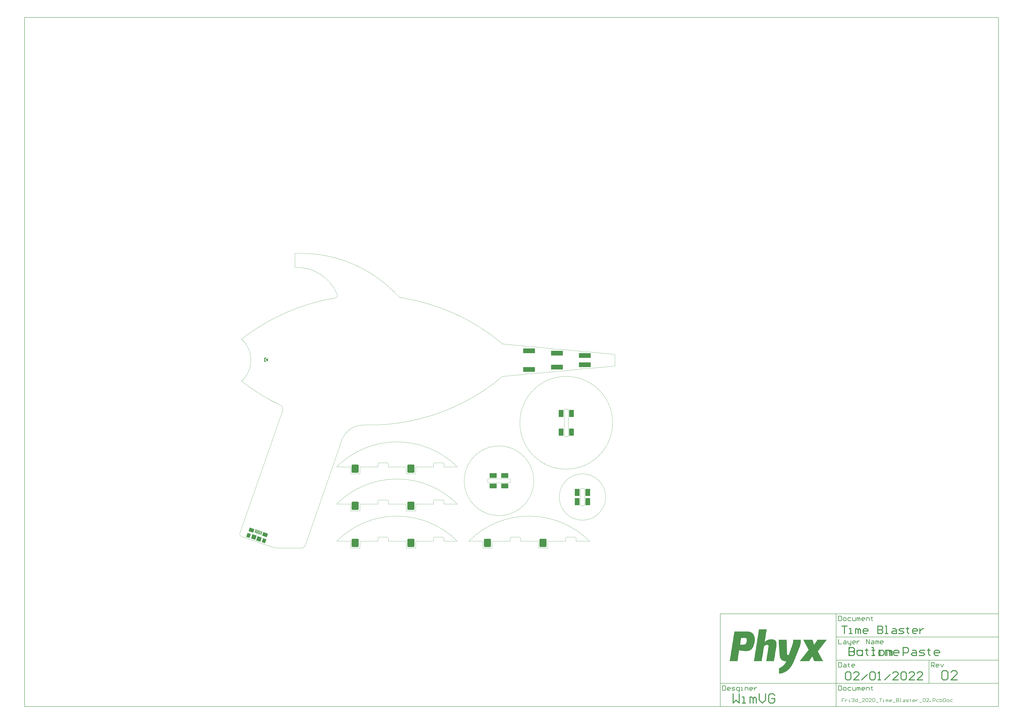
<source format=gbp>
G04*
G04 #@! TF.GenerationSoftware,Altium Limited,Altium Designer,22.0.2 (36)*
G04*
G04 Layer_Color=128*
%FSLAX25Y25*%
%MOIN*%
G70*
G04*
G04 #@! TF.SameCoordinates,9300CD48-3008-460F-951F-6CAC255EBD8A*
G04*
G04*
G04 #@! TF.FilePolarity,Positive*
G04*
G01*
G75*
%ADD10C,0.00787*%
%ADD11C,0.00984*%
%ADD17C,0.01575*%
%ADD19C,0.00197*%
G04:AMPARAMS|DCode=27|XSize=196.85mil|YSize=78.74mil|CornerRadius=3.94mil|HoleSize=0mil|Usage=FLASHONLY|Rotation=0.000|XOffset=0mil|YOffset=0mil|HoleType=Round|Shape=RoundedRectangle|*
%AMROUNDEDRECTD27*
21,1,0.19685,0.07087,0,0,0.0*
21,1,0.18898,0.07874,0,0,0.0*
1,1,0.00787,0.09449,-0.03543*
1,1,0.00787,-0.09449,-0.03543*
1,1,0.00787,-0.09449,0.03543*
1,1,0.00787,0.09449,0.03543*
%
%ADD27ROUNDEDRECTD27*%
G04:AMPARAMS|DCode=29|XSize=137.8mil|YSize=118.11mil|CornerRadius=14.76mil|HoleSize=0mil|Usage=FLASHONLY|Rotation=90.000|XOffset=0mil|YOffset=0mil|HoleType=Round|Shape=RoundedRectangle|*
%AMROUNDEDRECTD29*
21,1,0.13780,0.08858,0,0,90.0*
21,1,0.10827,0.11811,0,0,90.0*
1,1,0.02953,0.04429,0.05413*
1,1,0.02953,0.04429,-0.05413*
1,1,0.02953,-0.04429,-0.05413*
1,1,0.02953,-0.04429,0.05413*
%
%ADD29ROUNDEDRECTD29*%
G04:AMPARAMS|DCode=121|XSize=118.11mil|YSize=78.74mil|CornerRadius=3.94mil|HoleSize=0mil|Usage=FLASHONLY|Rotation=180.000|XOffset=0mil|YOffset=0mil|HoleType=Round|Shape=RoundedRectangle|*
%AMROUNDEDRECTD121*
21,1,0.11811,0.07087,0,0,180.0*
21,1,0.11024,0.07874,0,0,180.0*
1,1,0.00787,-0.05512,0.03543*
1,1,0.00787,0.05512,0.03543*
1,1,0.00787,0.05512,-0.03543*
1,1,0.00787,-0.05512,-0.03543*
%
%ADD121ROUNDEDRECTD121*%
G04:AMPARAMS|DCode=122|XSize=82.68mil|YSize=62.99mil|CornerRadius=0mil|HoleSize=0mil|Usage=FLASHONLY|Rotation=161.000|XOffset=0mil|YOffset=0mil|HoleType=Round|Shape=Rectangle|*
%AMROTATEDRECTD122*
4,1,4,0.04934,0.01632,0.02883,-0.04324,-0.04934,-0.01632,-0.02883,0.04324,0.04934,0.01632,0.0*
%
%ADD122ROTATEDRECTD122*%

%ADD123P,0.10579X4X206.0*%
G04:AMPARAMS|DCode=124|XSize=15.75mil|YSize=62.99mil|CornerRadius=0mil|HoleSize=0mil|Usage=FLASHONLY|Rotation=341.000|XOffset=0mil|YOffset=0mil|HoleType=Round|Shape=Rectangle|*
%AMROTATEDRECTD124*
4,1,4,-0.01770,-0.02722,0.00281,0.03234,0.01770,0.02722,-0.00281,-0.03234,-0.01770,-0.02722,0.0*
%
%ADD124ROTATEDRECTD124*%

%ADD125R,0.01575X0.03937*%
%ADD126C,0.01968*%
G04:AMPARAMS|DCode=127|XSize=118.11mil|YSize=78.74mil|CornerRadius=3.94mil|HoleSize=0mil|Usage=FLASHONLY|Rotation=90.000|XOffset=0mil|YOffset=0mil|HoleType=Round|Shape=RoundedRectangle|*
%AMROUNDEDRECTD127*
21,1,0.11811,0.07087,0,0,90.0*
21,1,0.11024,0.07874,0,0,90.0*
1,1,0.00787,0.03543,0.05512*
1,1,0.00787,0.03543,-0.05512*
1,1,0.00787,-0.03543,-0.05512*
1,1,0.00787,-0.03543,0.05512*
%
%ADD127ROUNDEDRECTD127*%
G04:AMPARAMS|DCode=138|XSize=70.87mil|YSize=59.06mil|CornerRadius=0mil|HoleSize=0mil|Usage=FLASHONLY|Rotation=71.000|XOffset=0mil|YOffset=0mil|HoleType=Round|Shape=Rectangle|*
%AMROTATEDRECTD138*
4,1,4,0.01638,-0.04312,-0.03945,-0.02389,-0.01638,0.04312,0.03945,0.02389,0.01638,-0.04312,0.0*
%
%ADD138ROTATEDRECTD138*%

G36*
X56692Y315908D02*
X56241Y315908D01*
X56241Y315914D01*
X56149Y316608D01*
X56146Y316623D01*
X56144Y316638D01*
X56141Y316648D01*
X56139Y316659D01*
X56134Y316673D01*
X56130Y316688D01*
X56126Y316698D01*
X56122Y316708D01*
X56116Y316721D01*
X56109Y316735D01*
X55792Y317359D01*
X55784Y317373D01*
X55777Y317386D01*
X55771Y317395D01*
X55765Y317404D01*
X55756Y317416D01*
X55747Y317428D01*
X55740Y317436D01*
X55734Y317444D01*
X55723Y317455D01*
X55712Y317466D01*
X55205Y317950D01*
X55187Y317965D01*
X55168Y317981D01*
X55167Y317982D01*
X55166Y317983D01*
X55145Y317996D01*
X55125Y318009D01*
X54818Y318180D01*
X54809Y318184D01*
X54800Y318189D01*
X54785Y318195D01*
X54771Y318202D01*
X54761Y318205D01*
X54752Y318209D01*
X54737Y318213D01*
X54722Y318217D01*
X54712Y318219D01*
X54703Y318222D01*
X54687Y318224D01*
X54671Y318227D01*
X54661Y318227D01*
X54651Y318229D01*
X54635Y318229D01*
X54620Y318229D01*
X54610Y318229D01*
X54600Y318229D01*
X54584Y318226D01*
X54568Y318225D01*
X54558Y318223D01*
X54549Y318222D01*
X54264Y318165D01*
X53701Y318305D01*
X53252Y318673D01*
X53004Y319198D01*
X53004Y319778D01*
X53252Y320303D01*
X53701Y320671D01*
X54264Y320812D01*
X54549Y320755D01*
X54550Y320755D01*
X54551Y320754D01*
X54558Y320753D01*
X54566Y320752D01*
X54582Y320750D01*
X54600Y320748D01*
X54601D01*
X54602Y320748D01*
X54610Y320748D01*
X54617Y320747D01*
X54634Y320748D01*
X54651Y320748D01*
X54653Y320748D01*
X54654Y320748D01*
X54661Y320749D01*
X54668Y320749D01*
X54685Y320752D01*
X54703Y320755D01*
X54704Y320755D01*
X54705Y320755D01*
X54712Y320757D01*
X54719Y320758D01*
X54735Y320763D01*
X54752Y320768D01*
X54754Y320768D01*
X54755Y320769D01*
X54762Y320772D01*
X54769Y320774D01*
X54784Y320781D01*
X54800Y320788D01*
X54801Y320788D01*
X54802Y320789D01*
X54809Y320792D01*
X54815Y320795D01*
X55120Y320962D01*
X55140Y320975D01*
X55161Y320988D01*
X55162Y320989D01*
X55163Y320990D01*
X55182Y321006D01*
X55201Y321021D01*
X55704Y321494D01*
X55714Y321505D01*
X55726Y321516D01*
X55732Y321524D01*
X55739Y321532D01*
X55748Y321544D01*
X55758Y321556D01*
X55763Y321565D01*
X55769Y321574D01*
X55777Y321587D01*
X55784Y321601D01*
X56102Y322215D01*
X56108Y322229D01*
X56115Y322242D01*
X56118Y322252D01*
X56123Y322262D01*
X56127Y322276D01*
X56132Y322291D01*
X56134Y322301D01*
X56137Y322311D01*
X56139Y322326D01*
X56142Y322341D01*
X56238Y323026D01*
X56238Y323031D01*
X56692Y323031D01*
Y315908D01*
D02*
G37*
G36*
X54570Y323031D02*
X54515Y322848D01*
X54295Y322526D01*
X53987Y322288D01*
X53827Y322230D01*
X53433Y322144D01*
X53431Y322144D01*
X53429Y322143D01*
X53407Y322137D01*
X53383Y322130D01*
X53382Y322129D01*
X53380Y322129D01*
X53358Y322119D01*
X53336Y322109D01*
X53334Y322108D01*
X53333Y322108D01*
X52576Y321708D01*
X52559Y321697D01*
X52542Y321688D01*
X52537Y321684D01*
X52532Y321681D01*
X52517Y321668D01*
X52501Y321656D01*
X52496Y321652D01*
X52492Y321648D01*
X52478Y321634D01*
X52464Y321620D01*
X51898Y320978D01*
X51885Y320963D01*
X51873Y320947D01*
X51870Y320942D01*
X51866Y320937D01*
X51856Y320920D01*
X51846Y320903D01*
X51843Y320898D01*
X51840Y320893D01*
X51832Y320874D01*
X51824Y320857D01*
X51521Y320056D01*
X51516Y320037D01*
X51509Y320018D01*
X51508Y320012D01*
X51506Y320006D01*
X51503Y319987D01*
X51499Y319968D01*
X51499Y319962D01*
X51498Y319955D01*
X51497Y319936D01*
X51496Y319916D01*
X51496Y319060D01*
X51497Y319041D01*
X51498Y319021D01*
X51499Y319015D01*
X51499Y319009D01*
X51503Y318989D01*
X51506Y318970D01*
X51508Y318964D01*
X51509Y318958D01*
X51516Y318939D01*
X51521Y318920D01*
X51824Y318120D01*
X51832Y318102D01*
X51840Y318084D01*
X51843Y318078D01*
X51846Y318073D01*
X51856Y318056D01*
X51866Y318039D01*
X51870Y318034D01*
X51873Y318029D01*
X51886Y318014D01*
X51898Y317998D01*
X52464Y317356D01*
X52478Y317343D01*
X52492Y317328D01*
X52496Y317324D01*
X52501Y317320D01*
X52517Y317308D01*
X52532Y317296D01*
X52537Y317292D01*
X52542Y317289D01*
X52559Y317279D01*
X52576Y317269D01*
X53333Y316869D01*
X53334Y316868D01*
X53336Y316867D01*
X53358Y316858D01*
X53380Y316848D01*
X53382Y316847D01*
X53383Y316846D01*
X53407Y316840D01*
X53429Y316833D01*
X53431Y316833D01*
X53433Y316832D01*
X53826Y316746D01*
X53987Y316689D01*
X54295Y316451D01*
X54515Y316129D01*
X54570Y315946D01*
X51968Y315946D01*
X50394D01*
Y323031D01*
X51968D01*
X54570Y323031D01*
D02*
G37*
G36*
X1005337Y-155808D02*
X1005050D01*
Y-156094D01*
X1004764D01*
Y-156380D01*
Y-156667D01*
X1004478D01*
Y-156953D01*
X1004192D01*
Y-157239D01*
X1003905D01*
Y-157526D01*
Y-157812D01*
X1003619D01*
Y-158098D01*
X1003333D01*
Y-158385D01*
X1003046D01*
Y-158671D01*
X1002760D01*
Y-158957D01*
Y-159244D01*
X1002474D01*
Y-159530D01*
X1002187D01*
Y-159816D01*
X1001901D01*
Y-160102D01*
Y-160389D01*
X1001615D01*
Y-160675D01*
X1001328D01*
Y-160961D01*
X1001042D01*
Y-161248D01*
X1000756D01*
Y-161534D01*
Y-161820D01*
X1000469D01*
Y-162107D01*
X1000183D01*
Y-162393D01*
X999897D01*
Y-162679D01*
Y-162966D01*
X999611D01*
Y-163252D01*
X999324D01*
Y-163538D01*
X999038D01*
Y-163824D01*
Y-164111D01*
X998752D01*
Y-164397D01*
X998465D01*
Y-164683D01*
X998179D01*
Y-164970D01*
X997893D01*
Y-165256D01*
Y-165542D01*
X997606D01*
Y-165829D01*
X997320D01*
Y-166115D01*
X997034D01*
Y-166401D01*
Y-166688D01*
X996747D01*
Y-166974D01*
X996461D01*
Y-167260D01*
X996175D01*
Y-167547D01*
Y-167833D01*
X995889D01*
Y-168119D01*
X995602D01*
Y-168405D01*
X995316D01*
Y-168692D01*
X995030D01*
Y-168978D01*
Y-169264D01*
X994743D01*
Y-169551D01*
X994457D01*
Y-169837D01*
X994171D01*
Y-170123D01*
Y-170410D01*
X993884D01*
Y-170696D01*
X993598D01*
Y-170982D01*
X993312D01*
Y-171269D01*
Y-171555D01*
X993025D01*
Y-171841D01*
X992739D01*
Y-172127D01*
X992453D01*
Y-172414D01*
X992166D01*
Y-172700D01*
Y-172986D01*
X991880D01*
Y-173273D01*
X991594D01*
Y-173559D01*
X991308D01*
Y-173845D01*
Y-174132D01*
X991021D01*
Y-174418D01*
X990735D01*
Y-174704D01*
X990449D01*
Y-174991D01*
X990162D01*
Y-175277D01*
Y-175563D01*
X990449D01*
Y-175850D01*
Y-176136D01*
X990735D01*
Y-176422D01*
Y-176709D01*
X991021D01*
Y-176995D01*
X991308D01*
Y-177281D01*
Y-177568D01*
X991594D01*
Y-177854D01*
Y-178140D01*
X991880D01*
Y-178426D01*
Y-178713D01*
X992166D01*
Y-178999D01*
Y-179285D01*
X992453D01*
Y-179572D01*
Y-179858D01*
X992739D01*
Y-180144D01*
Y-180431D01*
X993025D01*
Y-180717D01*
Y-181003D01*
X993312D01*
Y-181290D01*
Y-181576D01*
X993598D01*
Y-181862D01*
X993884D01*
Y-182149D01*
Y-182435D01*
X994171D01*
Y-182721D01*
Y-183007D01*
X994457D01*
Y-183294D01*
Y-183580D01*
X994743D01*
Y-183866D01*
Y-184153D01*
X995030D01*
Y-184439D01*
Y-184725D01*
X995316D01*
Y-185012D01*
Y-185298D01*
X995602D01*
Y-185584D01*
Y-185871D01*
X995889D01*
Y-186157D01*
X996175D01*
Y-186443D01*
Y-186730D01*
X996461D01*
Y-187016D01*
Y-187302D01*
X996747D01*
Y-187588D01*
Y-187875D01*
X997034D01*
Y-188161D01*
Y-188447D01*
X997320D01*
Y-188734D01*
Y-189020D01*
X997606D01*
Y-189306D01*
Y-189593D01*
X997893D01*
Y-189879D01*
Y-190165D01*
X998179D01*
Y-190452D01*
X998465D01*
Y-190738D01*
Y-191024D01*
X998752D01*
Y-191311D01*
Y-191597D01*
X999038D01*
Y-191883D01*
X983863D01*
Y-191597D01*
X983577D01*
Y-191311D01*
Y-191024D01*
Y-190738D01*
X983291D01*
Y-190452D01*
Y-190165D01*
Y-189879D01*
X983004D01*
Y-189593D01*
Y-189306D01*
X982718D01*
Y-189020D01*
Y-188734D01*
Y-188447D01*
X982432D01*
Y-188161D01*
Y-187875D01*
Y-187588D01*
X982146D01*
Y-187302D01*
Y-187016D01*
X981859D01*
Y-186730D01*
Y-186443D01*
Y-186157D01*
X981573D01*
Y-185871D01*
Y-185584D01*
Y-185298D01*
X981287D01*
Y-185012D01*
Y-184725D01*
Y-184439D01*
X981000D01*
Y-184153D01*
X980428D01*
Y-184439D01*
Y-184725D01*
X980141D01*
Y-185012D01*
X979855D01*
Y-185298D01*
Y-185584D01*
X979569D01*
Y-185871D01*
X979282D01*
Y-186157D01*
Y-186443D01*
X978996D01*
Y-186730D01*
X978710D01*
Y-187016D01*
Y-187302D01*
X978423D01*
Y-187588D01*
X978137D01*
Y-187875D01*
X977851D01*
Y-188161D01*
Y-188447D01*
X977565D01*
Y-188734D01*
X977278D01*
Y-189020D01*
Y-189306D01*
X976992D01*
Y-189593D01*
X976705D01*
Y-189879D01*
Y-190165D01*
X976419D01*
Y-190452D01*
X976133D01*
Y-190738D01*
Y-191024D01*
X975847D01*
Y-191311D01*
X975560D01*
Y-191597D01*
Y-191883D01*
X959527D01*
Y-191597D01*
X959813D01*
Y-191311D01*
X960099D01*
Y-191024D01*
X960386D01*
Y-190738D01*
X960672D01*
Y-190452D01*
Y-190165D01*
X960958D01*
Y-189879D01*
X961245D01*
Y-189593D01*
X961531D01*
Y-189306D01*
X961817D01*
Y-189020D01*
Y-188734D01*
X962104D01*
Y-188447D01*
X962390D01*
Y-188161D01*
X962676D01*
Y-187875D01*
Y-187588D01*
X962963D01*
Y-187302D01*
X963249D01*
Y-187016D01*
X963535D01*
Y-186730D01*
X963822D01*
Y-186443D01*
Y-186157D01*
X964108D01*
Y-185871D01*
X964394D01*
Y-185584D01*
X964680D01*
Y-185298D01*
X964967D01*
Y-185012D01*
Y-184725D01*
X965253D01*
Y-184439D01*
X965539D01*
Y-184153D01*
X965826D01*
Y-183866D01*
Y-183580D01*
X966112D01*
Y-183294D01*
X966398D01*
Y-183007D01*
X966685D01*
Y-182721D01*
X966971D01*
Y-182435D01*
Y-182149D01*
X967257D01*
Y-181862D01*
X967544D01*
Y-181576D01*
X967830D01*
Y-181290D01*
Y-181003D01*
X968116D01*
Y-180717D01*
X968402D01*
Y-180431D01*
X968689D01*
Y-180144D01*
X968975D01*
Y-179858D01*
Y-179572D01*
X969261D01*
Y-179285D01*
X969548D01*
Y-178999D01*
X969834D01*
Y-178713D01*
Y-178426D01*
X970120D01*
Y-178140D01*
X970407D01*
Y-177854D01*
X970693D01*
Y-177568D01*
X970979D01*
Y-177281D01*
Y-176995D01*
X971266D01*
Y-176709D01*
X971552D01*
Y-176422D01*
X971838D01*
Y-176136D01*
X972124D01*
Y-175850D01*
Y-175563D01*
X972411D01*
Y-175277D01*
X972697D01*
Y-174991D01*
X972983D01*
Y-174704D01*
Y-174418D01*
X973270D01*
Y-174132D01*
X973556D01*
Y-173845D01*
X973842D01*
Y-173559D01*
X974129D01*
Y-173273D01*
Y-172986D01*
X974415D01*
Y-172700D01*
Y-172414D01*
Y-172127D01*
X974129D01*
Y-171841D01*
X973842D01*
Y-171555D01*
Y-171269D01*
X973556D01*
Y-170982D01*
Y-170696D01*
X973270D01*
Y-170410D01*
Y-170123D01*
X972983D01*
Y-169837D01*
Y-169551D01*
X972697D01*
Y-169264D01*
Y-168978D01*
X972411D01*
Y-168692D01*
Y-168405D01*
X972124D01*
Y-168119D01*
X971838D01*
Y-167833D01*
Y-167547D01*
X971552D01*
Y-167260D01*
Y-166974D01*
X971266D01*
Y-166688D01*
Y-166401D01*
X970979D01*
Y-166115D01*
Y-165829D01*
X970693D01*
Y-165542D01*
Y-165256D01*
X970407D01*
Y-164970D01*
Y-164683D01*
X970120D01*
Y-164397D01*
X969834D01*
Y-164111D01*
Y-163824D01*
X969548D01*
Y-163538D01*
Y-163252D01*
X969261D01*
Y-162966D01*
Y-162679D01*
X968975D01*
Y-162393D01*
Y-162107D01*
X968689D01*
Y-161820D01*
Y-161534D01*
X968402D01*
Y-161248D01*
Y-160961D01*
X968116D01*
Y-160675D01*
Y-160389D01*
X967830D01*
Y-160102D01*
X967544D01*
Y-159816D01*
Y-159530D01*
X967257D01*
Y-159244D01*
Y-158957D01*
X966971D01*
Y-158671D01*
Y-158385D01*
X966685D01*
Y-158098D01*
Y-157812D01*
X966398D01*
Y-157526D01*
Y-157239D01*
X966112D01*
Y-156953D01*
Y-156667D01*
X965826D01*
Y-156380D01*
X965539D01*
Y-156094D01*
Y-155808D01*
X965253D01*
Y-155521D01*
X981000D01*
Y-155808D01*
X981287D01*
Y-156094D01*
Y-156380D01*
Y-156667D01*
X981573D01*
Y-156953D01*
Y-157239D01*
Y-157526D01*
X981859D01*
Y-157812D01*
Y-158098D01*
Y-158385D01*
X982146D01*
Y-158671D01*
Y-158957D01*
Y-159244D01*
X982432D01*
Y-159530D01*
Y-159816D01*
Y-160102D01*
X982718D01*
Y-160389D01*
Y-160675D01*
Y-160961D01*
X983004D01*
Y-161248D01*
Y-161534D01*
Y-161820D01*
X983291D01*
Y-162107D01*
Y-162393D01*
Y-162679D01*
X983577D01*
Y-162966D01*
Y-163252D01*
Y-163538D01*
Y-163824D01*
X984150D01*
Y-163538D01*
X984436D01*
Y-163252D01*
X984722D01*
Y-162966D01*
Y-162679D01*
X985009D01*
Y-162393D01*
X985295D01*
Y-162107D01*
Y-161820D01*
X985581D01*
Y-161534D01*
X985868D01*
Y-161248D01*
Y-160961D01*
X986154D01*
Y-160675D01*
X986440D01*
Y-160389D01*
Y-160102D01*
X986726D01*
Y-159816D01*
X987013D01*
Y-159530D01*
Y-159244D01*
X987299D01*
Y-158957D01*
X987585D01*
Y-158671D01*
Y-158385D01*
X987872D01*
Y-158098D01*
X988158D01*
Y-157812D01*
Y-157526D01*
X988444D01*
Y-157239D01*
X988731D01*
Y-156953D01*
Y-156667D01*
X989017D01*
Y-156380D01*
X989303D01*
Y-156094D01*
Y-155808D01*
X989590D01*
Y-155521D01*
X1005337D01*
Y-155808D01*
D02*
G37*
G36*
X872201Y-141778D02*
X873919D01*
Y-142065D01*
X874778D01*
Y-142351D01*
X875637D01*
Y-142637D01*
X876496D01*
Y-142924D01*
X877069D01*
Y-143210D01*
X877355D01*
Y-143496D01*
X877928D01*
Y-143783D01*
X878214D01*
Y-144069D01*
X878786D01*
Y-144355D01*
X879073D01*
Y-144641D01*
X879359D01*
Y-144928D01*
X879646D01*
Y-145214D01*
X879932D01*
Y-145501D01*
X880218D01*
Y-145787D01*
X880504D01*
Y-146073D01*
Y-146359D01*
X880791D01*
Y-146646D01*
X881077D01*
Y-146932D01*
Y-147218D01*
X881363D01*
Y-147505D01*
X881650D01*
Y-147791D01*
Y-148077D01*
X881936D01*
Y-148364D01*
Y-148650D01*
Y-148936D01*
X882222D01*
Y-149223D01*
Y-149509D01*
Y-149795D01*
X882509D01*
Y-150082D01*
Y-150368D01*
Y-150654D01*
Y-150940D01*
X882795D01*
Y-151227D01*
Y-151513D01*
Y-151799D01*
Y-152086D01*
Y-152372D01*
X883081D01*
Y-152658D01*
Y-152945D01*
Y-153231D01*
Y-153517D01*
Y-153804D01*
Y-154090D01*
Y-154376D01*
Y-154663D01*
Y-154949D01*
Y-155235D01*
Y-155521D01*
Y-155808D01*
Y-156094D01*
Y-156380D01*
Y-156667D01*
Y-156953D01*
Y-157239D01*
Y-157526D01*
Y-157812D01*
Y-158098D01*
X882795D01*
Y-158385D01*
Y-158671D01*
Y-158957D01*
Y-159244D01*
Y-159530D01*
Y-159816D01*
Y-160102D01*
X882509D01*
Y-160389D01*
Y-160675D01*
Y-160961D01*
Y-161248D01*
Y-161534D01*
X882222D01*
Y-161820D01*
Y-162107D01*
Y-162393D01*
Y-162679D01*
Y-162966D01*
X881936D01*
Y-163252D01*
Y-163538D01*
Y-163824D01*
X881650D01*
Y-164111D01*
Y-164397D01*
Y-164683D01*
Y-164970D01*
X881363D01*
Y-165256D01*
Y-165542D01*
Y-165829D01*
X881077D01*
Y-166115D01*
Y-166401D01*
X880791D01*
Y-166688D01*
Y-166974D01*
Y-167260D01*
X880504D01*
Y-167547D01*
Y-167833D01*
X880218D01*
Y-168119D01*
Y-168405D01*
X879932D01*
Y-168692D01*
Y-168978D01*
X879646D01*
Y-169264D01*
X879359D01*
Y-169551D01*
Y-169837D01*
X879073D01*
Y-170123D01*
X878786D01*
Y-170410D01*
X878500D01*
Y-170696D01*
Y-170982D01*
X878214D01*
Y-171269D01*
X877928D01*
Y-171555D01*
X877641D01*
Y-171841D01*
X877355D01*
Y-172127D01*
X877069D01*
Y-172414D01*
X876496D01*
Y-172700D01*
X876210D01*
Y-172986D01*
X875637D01*
Y-173273D01*
X875351D01*
Y-173559D01*
X874778D01*
Y-173845D01*
X873919D01*
Y-174132D01*
X873060D01*
Y-174418D01*
X872201D01*
Y-174704D01*
X870483D01*
Y-174991D01*
X865330D01*
Y-174704D01*
X862753D01*
Y-174418D01*
X860749D01*
Y-174132D01*
X859317D01*
Y-173845D01*
X857886D01*
Y-173559D01*
X856454D01*
Y-173845D01*
Y-174132D01*
Y-174418D01*
Y-174704D01*
Y-174991D01*
Y-175277D01*
Y-175563D01*
X856168D01*
Y-175850D01*
Y-176136D01*
Y-176422D01*
Y-176709D01*
Y-176995D01*
Y-177281D01*
X855882D01*
Y-177568D01*
Y-177854D01*
Y-178140D01*
Y-178426D01*
Y-178713D01*
Y-178999D01*
X855595D01*
Y-179285D01*
Y-179572D01*
Y-179858D01*
Y-180144D01*
Y-180431D01*
Y-180717D01*
Y-181003D01*
X855309D01*
Y-181290D01*
Y-181576D01*
Y-181862D01*
Y-182149D01*
Y-182435D01*
Y-182721D01*
X855023D01*
Y-183007D01*
Y-183294D01*
Y-183580D01*
Y-183866D01*
Y-184153D01*
Y-184439D01*
X854736D01*
Y-184725D01*
Y-185012D01*
Y-185298D01*
Y-185584D01*
Y-185871D01*
Y-186157D01*
Y-186443D01*
X854450D01*
Y-186730D01*
Y-187016D01*
Y-187302D01*
Y-187588D01*
Y-187875D01*
Y-188161D01*
X854164D01*
Y-188447D01*
Y-188734D01*
Y-189020D01*
Y-189306D01*
Y-189593D01*
Y-189879D01*
X853877D01*
Y-190165D01*
Y-190452D01*
Y-190738D01*
Y-191024D01*
Y-191311D01*
Y-191597D01*
Y-191883D01*
X840421D01*
Y-191597D01*
X840707D01*
Y-191311D01*
Y-191024D01*
Y-190738D01*
Y-190452D01*
Y-190165D01*
X840993D01*
Y-189879D01*
Y-189593D01*
Y-189306D01*
Y-189020D01*
Y-188734D01*
Y-188447D01*
Y-188161D01*
X841280D01*
Y-187875D01*
Y-187588D01*
Y-187302D01*
Y-187016D01*
Y-186730D01*
Y-186443D01*
X841566D01*
Y-186157D01*
Y-185871D01*
Y-185584D01*
Y-185298D01*
Y-185012D01*
Y-184725D01*
X841852D01*
Y-184439D01*
Y-184153D01*
Y-183866D01*
Y-183580D01*
Y-183294D01*
Y-183007D01*
Y-182721D01*
X842138D01*
Y-182435D01*
Y-182149D01*
Y-181862D01*
Y-181576D01*
Y-181290D01*
Y-181003D01*
X842425D01*
Y-180717D01*
Y-180431D01*
Y-180144D01*
Y-179858D01*
Y-179572D01*
Y-179285D01*
X842711D01*
Y-178999D01*
Y-178713D01*
Y-178426D01*
Y-178140D01*
Y-177854D01*
Y-177568D01*
X842997D01*
Y-177281D01*
Y-176995D01*
Y-176709D01*
Y-176422D01*
Y-176136D01*
Y-175850D01*
Y-175563D01*
X843284D01*
Y-175277D01*
Y-174991D01*
Y-174704D01*
Y-174418D01*
Y-174132D01*
Y-173845D01*
X843570D01*
Y-173559D01*
Y-173273D01*
Y-172986D01*
Y-172700D01*
Y-172414D01*
Y-172127D01*
X843856D01*
Y-171841D01*
Y-171555D01*
Y-171269D01*
Y-170982D01*
Y-170696D01*
Y-170410D01*
X844143D01*
Y-170123D01*
Y-169837D01*
Y-169551D01*
Y-169264D01*
Y-168978D01*
Y-168692D01*
Y-168405D01*
X844429D01*
Y-168119D01*
Y-167833D01*
Y-167547D01*
Y-167260D01*
Y-166974D01*
Y-166688D01*
X844715D01*
Y-166401D01*
Y-166115D01*
Y-165829D01*
Y-165542D01*
Y-165256D01*
Y-164970D01*
X845002D01*
Y-164683D01*
Y-164397D01*
Y-164111D01*
Y-163824D01*
Y-163538D01*
Y-163252D01*
Y-162966D01*
X845288D01*
Y-162679D01*
Y-162393D01*
Y-162107D01*
Y-161820D01*
Y-161534D01*
Y-161248D01*
X845574D01*
Y-160961D01*
Y-160675D01*
Y-160389D01*
Y-160102D01*
Y-159816D01*
Y-159530D01*
X845861D01*
Y-159244D01*
Y-158957D01*
Y-158671D01*
Y-158385D01*
Y-158098D01*
Y-157812D01*
X846147D01*
Y-157526D01*
Y-157239D01*
Y-156953D01*
Y-156667D01*
Y-156380D01*
Y-156094D01*
Y-155808D01*
X846433D01*
Y-155521D01*
Y-155235D01*
Y-154949D01*
Y-154663D01*
Y-154376D01*
Y-154090D01*
X846719D01*
Y-153804D01*
Y-153517D01*
Y-153231D01*
Y-152945D01*
Y-152658D01*
Y-152372D01*
X847006D01*
Y-152086D01*
Y-151799D01*
Y-151513D01*
Y-151227D01*
Y-150940D01*
Y-150654D01*
Y-150368D01*
X847292D01*
Y-150082D01*
Y-149795D01*
Y-149509D01*
Y-149223D01*
Y-148936D01*
Y-148650D01*
X847578D01*
Y-148364D01*
Y-148077D01*
Y-147791D01*
Y-147505D01*
Y-147218D01*
Y-146932D01*
X847865D01*
Y-146646D01*
Y-146359D01*
Y-146073D01*
Y-145787D01*
Y-145501D01*
Y-145214D01*
Y-144928D01*
X848151D01*
Y-144641D01*
Y-144355D01*
Y-144069D01*
Y-143783D01*
Y-143496D01*
Y-143210D01*
X848437D01*
Y-142924D01*
Y-142637D01*
Y-142351D01*
Y-142065D01*
Y-141778D01*
Y-141492D01*
X872201D01*
Y-141778D01*
D02*
G37*
G36*
X961245Y-155808D02*
Y-156094D01*
Y-156380D01*
Y-156667D01*
Y-156953D01*
Y-157239D01*
Y-157526D01*
Y-157812D01*
Y-158098D01*
Y-158385D01*
Y-158671D01*
Y-158957D01*
Y-159244D01*
Y-159530D01*
Y-159816D01*
Y-160102D01*
Y-160389D01*
Y-160675D01*
Y-160961D01*
Y-161248D01*
Y-161534D01*
X960958D01*
Y-161820D01*
Y-162107D01*
Y-162393D01*
Y-162679D01*
Y-162966D01*
X960672D01*
Y-163252D01*
Y-163538D01*
Y-163824D01*
Y-164111D01*
X960386D01*
Y-164397D01*
Y-164683D01*
Y-164970D01*
Y-165256D01*
X960099D01*
Y-165542D01*
Y-165829D01*
Y-166115D01*
X959813D01*
Y-166401D01*
Y-166688D01*
Y-166974D01*
X959527D01*
Y-167260D01*
Y-167547D01*
Y-167833D01*
X959241D01*
Y-168119D01*
Y-168405D01*
Y-168692D01*
X958954D01*
Y-168978D01*
Y-169264D01*
X958668D01*
Y-169551D01*
Y-169837D01*
X958381D01*
Y-170123D01*
Y-170410D01*
Y-170696D01*
X958095D01*
Y-170982D01*
Y-171269D01*
X957809D01*
Y-171555D01*
Y-171841D01*
Y-172127D01*
X957523D01*
Y-172414D01*
Y-172700D01*
X957236D01*
Y-172986D01*
Y-173273D01*
Y-173559D01*
X956950D01*
Y-173845D01*
Y-174132D01*
X956664D01*
Y-174418D01*
Y-174704D01*
Y-174991D01*
X956377D01*
Y-175277D01*
Y-175563D01*
X956091D01*
Y-175850D01*
Y-176136D01*
Y-176422D01*
X955805D01*
Y-176709D01*
Y-176995D01*
X955518D01*
Y-177281D01*
Y-177568D01*
Y-177854D01*
X955232D01*
Y-178140D01*
Y-178426D01*
X954946D01*
Y-178713D01*
Y-178999D01*
Y-179285D01*
X954659D01*
Y-179572D01*
Y-179858D01*
X954373D01*
Y-180144D01*
Y-180431D01*
Y-180717D01*
X954087D01*
Y-181003D01*
Y-181290D01*
X953800D01*
Y-181576D01*
Y-181862D01*
Y-182149D01*
X953514D01*
Y-182435D01*
Y-182721D01*
X953228D01*
Y-183007D01*
Y-183294D01*
Y-183580D01*
X952942D01*
Y-183866D01*
Y-184153D01*
X952655D01*
Y-184439D01*
Y-184725D01*
Y-185012D01*
X952369D01*
Y-185298D01*
Y-185584D01*
X952083D01*
Y-185871D01*
Y-186157D01*
Y-186443D01*
X951796D01*
Y-186730D01*
Y-187016D01*
X951510D01*
Y-187302D01*
Y-187588D01*
Y-187875D01*
X951224D01*
Y-188161D01*
Y-188447D01*
X950937D01*
Y-188734D01*
Y-189020D01*
Y-189306D01*
X950651D01*
Y-189593D01*
Y-189879D01*
X950365D01*
Y-190165D01*
Y-190452D01*
Y-190738D01*
X950078D01*
Y-191024D01*
Y-191311D01*
X949792D01*
Y-191597D01*
Y-191883D01*
Y-192169D01*
X949506D01*
Y-192456D01*
Y-192742D01*
X949220D01*
Y-193028D01*
Y-193315D01*
X948933D01*
Y-193601D01*
Y-193887D01*
X948647D01*
Y-194174D01*
Y-194460D01*
Y-194746D01*
X948361D01*
Y-195033D01*
X948074D01*
Y-195319D01*
Y-195605D01*
Y-195891D01*
X947788D01*
Y-196178D01*
X947502D01*
Y-196464D01*
Y-196750D01*
X947215D01*
Y-197037D01*
Y-197323D01*
X946929D01*
Y-197609D01*
Y-197896D01*
X946643D01*
Y-198182D01*
Y-198468D01*
X946356D01*
Y-198755D01*
X946070D01*
Y-199041D01*
Y-199327D01*
X945784D01*
Y-199614D01*
Y-199900D01*
X945497D01*
Y-200186D01*
X945211D01*
Y-200472D01*
X944925D01*
Y-200759D01*
Y-201045D01*
X944639D01*
Y-201331D01*
X944352D01*
Y-201618D01*
Y-201904D01*
X944066D01*
Y-202190D01*
X943780D01*
Y-202477D01*
X943493D01*
Y-202763D01*
Y-203049D01*
X943207D01*
Y-203336D01*
X942921D01*
Y-203622D01*
X942634D01*
Y-203908D01*
X942348D01*
Y-204195D01*
X942062D01*
Y-204481D01*
Y-204767D01*
X941775D01*
Y-205053D01*
X941489D01*
Y-205340D01*
X941203D01*
Y-205626D01*
X940916D01*
Y-205912D01*
X940630D01*
Y-206199D01*
X940344D01*
Y-206485D01*
X940057D01*
Y-206771D01*
X939485D01*
Y-207058D01*
X939199D01*
Y-207344D01*
X938912D01*
Y-207630D01*
X938626D01*
Y-207917D01*
X938340D01*
Y-208203D01*
X937767D01*
Y-208489D01*
X937481D01*
Y-208776D01*
X936908D01*
Y-209062D01*
X936622D01*
Y-209348D01*
X936049D01*
Y-209634D01*
X935763D01*
Y-209921D01*
X935190D01*
Y-210207D01*
X934618D01*
Y-210493D01*
X934045D01*
Y-210780D01*
X933472D01*
Y-211066D01*
X932900D01*
Y-211352D01*
X932041D01*
Y-211639D01*
X931468D01*
Y-211925D01*
X930609D01*
Y-212211D01*
X929464D01*
Y-212498D01*
X928319D01*
Y-212784D01*
X926601D01*
Y-213070D01*
X924597D01*
Y-213357D01*
X924310D01*
Y-213070D01*
Y-212784D01*
Y-212498D01*
Y-212211D01*
Y-211925D01*
Y-211639D01*
Y-211352D01*
Y-211066D01*
Y-210780D01*
Y-210493D01*
Y-210207D01*
Y-209921D01*
Y-209634D01*
Y-209348D01*
Y-209062D01*
Y-208776D01*
Y-208489D01*
Y-208203D01*
Y-207917D01*
Y-207630D01*
Y-207344D01*
Y-207058D01*
Y-206771D01*
Y-206485D01*
Y-206199D01*
Y-205912D01*
Y-205626D01*
Y-205340D01*
Y-205053D01*
Y-204767D01*
Y-204481D01*
Y-204195D01*
Y-203908D01*
X924883D01*
Y-203622D01*
X925455D01*
Y-203336D01*
X926028D01*
Y-203049D01*
X926601D01*
Y-202763D01*
X927173D01*
Y-202477D01*
X927746D01*
Y-202190D01*
X928032D01*
Y-201904D01*
X928605D01*
Y-201618D01*
X928891D01*
Y-201331D01*
X929464D01*
Y-201045D01*
X929750D01*
Y-200759D01*
X930037D01*
Y-200472D01*
X930609D01*
Y-200186D01*
X930896D01*
Y-199900D01*
X931182D01*
Y-199614D01*
X931468D01*
Y-199327D01*
X931754D01*
Y-199041D01*
X932041D01*
Y-198755D01*
X932327D01*
Y-198468D01*
X932613D01*
Y-198182D01*
X932900D01*
Y-197896D01*
X933186D01*
Y-197609D01*
X933472D01*
Y-197323D01*
X933759D01*
Y-197037D01*
Y-196750D01*
X934045D01*
Y-196464D01*
X934331D01*
Y-196178D01*
X934618D01*
Y-195891D01*
Y-195605D01*
X934904D01*
Y-195319D01*
X935190D01*
Y-195033D01*
Y-194746D01*
X935476D01*
Y-194460D01*
Y-194174D01*
X935763D01*
Y-193887D01*
X936049D01*
Y-193601D01*
Y-193315D01*
X936335D01*
Y-193028D01*
Y-192742D01*
X936622D01*
Y-192456D01*
Y-192169D01*
X934904D01*
Y-191883D01*
X932900D01*
Y-191597D01*
X931754D01*
Y-191311D01*
X931182D01*
Y-191024D01*
X930323D01*
Y-190738D01*
X929750D01*
Y-190452D01*
X929464D01*
Y-190165D01*
X928891D01*
Y-189879D01*
X928605D01*
Y-189593D01*
X928319D01*
Y-189306D01*
X928032D01*
Y-189020D01*
X927746D01*
Y-188734D01*
X927460D01*
Y-188447D01*
Y-188161D01*
X927173D01*
Y-187875D01*
X926887D01*
Y-187588D01*
Y-187302D01*
X926601D01*
Y-187016D01*
Y-186730D01*
X926315D01*
Y-186443D01*
Y-186157D01*
X926028D01*
Y-185871D01*
Y-185584D01*
Y-185298D01*
X925742D01*
Y-185012D01*
Y-184725D01*
Y-184439D01*
Y-184153D01*
X925455D01*
Y-183866D01*
Y-183580D01*
Y-183294D01*
Y-183007D01*
Y-182721D01*
Y-182435D01*
Y-182149D01*
X925169D01*
Y-181862D01*
Y-181576D01*
Y-181290D01*
Y-181003D01*
Y-180717D01*
Y-180431D01*
Y-180144D01*
Y-179858D01*
Y-179572D01*
Y-179285D01*
Y-178999D01*
Y-178713D01*
Y-178426D01*
Y-178140D01*
Y-177854D01*
X924883D01*
Y-177568D01*
Y-177281D01*
Y-176995D01*
Y-176709D01*
Y-176422D01*
Y-176136D01*
Y-175850D01*
Y-175563D01*
Y-175277D01*
Y-174991D01*
Y-174704D01*
Y-174418D01*
Y-174132D01*
Y-173845D01*
Y-173559D01*
X924597D01*
Y-173273D01*
Y-172986D01*
Y-172700D01*
Y-172414D01*
Y-172127D01*
Y-171841D01*
Y-171555D01*
Y-171269D01*
Y-170982D01*
Y-170696D01*
Y-170410D01*
Y-170123D01*
Y-169837D01*
Y-169551D01*
Y-169264D01*
Y-168978D01*
X924310D01*
Y-168692D01*
Y-168405D01*
Y-168119D01*
Y-167833D01*
Y-167547D01*
Y-167260D01*
Y-166974D01*
Y-166688D01*
Y-166401D01*
Y-166115D01*
Y-165829D01*
Y-165542D01*
Y-165256D01*
Y-164970D01*
Y-164683D01*
Y-164397D01*
X924024D01*
Y-164111D01*
Y-163824D01*
Y-163538D01*
Y-163252D01*
Y-162966D01*
Y-162679D01*
Y-162393D01*
Y-162107D01*
Y-161820D01*
Y-161534D01*
Y-161248D01*
Y-160961D01*
Y-160675D01*
Y-160389D01*
X923738D01*
Y-160102D01*
Y-159816D01*
Y-159530D01*
Y-159244D01*
Y-158957D01*
Y-158671D01*
Y-158385D01*
Y-158098D01*
Y-157812D01*
Y-157526D01*
Y-157239D01*
Y-156953D01*
Y-156667D01*
Y-156380D01*
Y-156094D01*
Y-155808D01*
X923451D01*
Y-155521D01*
X937194D01*
Y-155808D01*
Y-156094D01*
Y-156380D01*
Y-156667D01*
Y-156953D01*
Y-157239D01*
Y-157526D01*
Y-157812D01*
Y-158098D01*
Y-158385D01*
Y-158671D01*
Y-158957D01*
Y-159244D01*
Y-159530D01*
X937481D01*
Y-159816D01*
Y-160102D01*
Y-160389D01*
Y-160675D01*
Y-160961D01*
Y-161248D01*
Y-161534D01*
Y-161820D01*
Y-162107D01*
Y-162393D01*
Y-162679D01*
Y-162966D01*
Y-163252D01*
Y-163538D01*
Y-163824D01*
Y-164111D01*
Y-164397D01*
Y-164683D01*
Y-164970D01*
Y-165256D01*
Y-165542D01*
Y-165829D01*
Y-166115D01*
Y-166401D01*
Y-166688D01*
Y-166974D01*
Y-167260D01*
Y-167547D01*
Y-167833D01*
Y-168119D01*
Y-168405D01*
Y-168692D01*
Y-168978D01*
Y-169264D01*
Y-169551D01*
Y-169837D01*
Y-170123D01*
Y-170410D01*
Y-170696D01*
Y-170982D01*
Y-171269D01*
X937767D01*
Y-171555D01*
X937481D01*
Y-171841D01*
Y-172127D01*
X937767D01*
Y-172414D01*
Y-172700D01*
Y-172986D01*
Y-173273D01*
Y-173559D01*
Y-173845D01*
Y-174132D01*
Y-174418D01*
Y-174704D01*
Y-174991D01*
Y-175277D01*
Y-175563D01*
Y-175850D01*
Y-176136D01*
Y-176422D01*
Y-176709D01*
Y-176995D01*
Y-177281D01*
Y-177568D01*
Y-177854D01*
Y-178140D01*
Y-178426D01*
Y-178713D01*
Y-178999D01*
Y-179285D01*
Y-179572D01*
X938053D01*
Y-179858D01*
Y-180144D01*
Y-180431D01*
X938340D01*
Y-180717D01*
X938626D01*
Y-181003D01*
X938912D01*
Y-181290D01*
X939771D01*
Y-181576D01*
X940630D01*
Y-181290D01*
X940916D01*
Y-181003D01*
Y-180717D01*
Y-180431D01*
X941203D01*
Y-180144D01*
Y-179858D01*
X941489D01*
Y-179572D01*
Y-179285D01*
Y-178999D01*
X941775D01*
Y-178713D01*
Y-178426D01*
Y-178140D01*
X942062D01*
Y-177854D01*
Y-177568D01*
Y-177281D01*
X942348D01*
Y-176995D01*
Y-176709D01*
Y-176422D01*
X942634D01*
Y-176136D01*
Y-175850D01*
X942921D01*
Y-175563D01*
Y-175277D01*
Y-174991D01*
X943207D01*
Y-174704D01*
Y-174418D01*
Y-174132D01*
X943493D01*
Y-173845D01*
Y-173559D01*
Y-173273D01*
X943780D01*
Y-172986D01*
Y-172700D01*
X944066D01*
Y-172414D01*
Y-172127D01*
Y-171841D01*
X944352D01*
Y-171555D01*
Y-171269D01*
Y-170982D01*
X944639D01*
Y-170696D01*
Y-170410D01*
Y-170123D01*
X944925D01*
Y-169837D01*
Y-169551D01*
X945211D01*
Y-169264D01*
Y-168978D01*
Y-168692D01*
X945497D01*
Y-168405D01*
Y-168119D01*
Y-167833D01*
X945784D01*
Y-167547D01*
Y-167260D01*
Y-166974D01*
X946070D01*
Y-166688D01*
Y-166401D01*
X946356D01*
Y-166115D01*
Y-165829D01*
Y-165542D01*
X946643D01*
Y-165256D01*
Y-164970D01*
Y-164683D01*
X946929D01*
Y-164397D01*
Y-164111D01*
Y-163824D01*
X947215D01*
Y-163538D01*
Y-163252D01*
Y-162966D01*
Y-162679D01*
X947502D01*
Y-162393D01*
Y-162107D01*
Y-161820D01*
Y-161534D01*
X947788D01*
Y-161248D01*
Y-160961D01*
Y-160675D01*
Y-160389D01*
Y-160102D01*
X948074D01*
Y-159816D01*
Y-159530D01*
Y-159244D01*
Y-158957D01*
Y-158671D01*
Y-158385D01*
X948361D01*
Y-158098D01*
Y-157812D01*
Y-157526D01*
Y-157239D01*
Y-156953D01*
Y-156667D01*
Y-156380D01*
Y-156094D01*
Y-155808D01*
Y-155521D01*
X961245D01*
Y-155808D01*
D02*
G37*
G36*
X903409Y-138343D02*
Y-138629D01*
X903123D01*
Y-138915D01*
Y-139202D01*
Y-139488D01*
Y-139774D01*
Y-140060D01*
Y-140347D01*
X902837D01*
Y-140633D01*
Y-140919D01*
Y-141206D01*
Y-141492D01*
Y-141778D01*
Y-142065D01*
X902551D01*
Y-142351D01*
Y-142637D01*
Y-142924D01*
Y-143210D01*
Y-143496D01*
Y-143783D01*
Y-144069D01*
X902264D01*
Y-144355D01*
Y-144641D01*
Y-144928D01*
Y-145214D01*
Y-145501D01*
Y-145787D01*
X901978D01*
Y-146073D01*
Y-146359D01*
Y-146646D01*
Y-146932D01*
Y-147218D01*
Y-147505D01*
X901692D01*
Y-147791D01*
Y-148077D01*
Y-148364D01*
Y-148650D01*
Y-148936D01*
Y-149223D01*
Y-149509D01*
X901405D01*
Y-149795D01*
Y-150082D01*
Y-150368D01*
Y-150654D01*
Y-150940D01*
Y-151227D01*
X901119D01*
Y-151513D01*
Y-151799D01*
Y-152086D01*
Y-152372D01*
Y-152658D01*
Y-152945D01*
X900833D01*
Y-153231D01*
Y-153517D01*
Y-153804D01*
Y-154090D01*
Y-154376D01*
Y-154663D01*
X900546D01*
Y-154949D01*
Y-155235D01*
Y-155521D01*
Y-155808D01*
Y-156094D01*
Y-156380D01*
Y-156667D01*
X900260D01*
Y-156953D01*
Y-157239D01*
Y-157526D01*
Y-157812D01*
Y-158098D01*
Y-158385D01*
X899974D01*
Y-158671D01*
Y-158957D01*
X900546D01*
Y-158671D01*
X900833D01*
Y-158385D01*
X901119D01*
Y-158098D01*
X901692D01*
Y-157812D01*
X901978D01*
Y-157526D01*
X902264D01*
Y-157239D01*
X902837D01*
Y-156953D01*
X903409D01*
Y-156667D01*
X903696D01*
Y-156380D01*
X904268D01*
Y-156094D01*
X905127D01*
Y-155808D01*
X905700D01*
Y-155521D01*
X906559D01*
Y-155235D01*
X907990D01*
Y-154949D01*
X914289D01*
Y-155235D01*
X915435D01*
Y-155521D01*
X916294D01*
Y-155808D01*
X916866D01*
Y-156094D01*
X917153D01*
Y-156380D01*
X917725D01*
Y-156667D01*
X918011D01*
Y-156953D01*
X918298D01*
Y-157239D01*
X918584D01*
Y-157526D01*
X918870D01*
Y-157812D01*
Y-158098D01*
X919157D01*
Y-158385D01*
Y-158671D01*
X919443D01*
Y-158957D01*
Y-159244D01*
Y-159530D01*
X919729D01*
Y-159816D01*
Y-160102D01*
Y-160389D01*
Y-160675D01*
X920016D01*
Y-160961D01*
Y-161248D01*
Y-161534D01*
Y-161820D01*
Y-162107D01*
Y-162393D01*
Y-162679D01*
Y-162966D01*
Y-163252D01*
Y-163538D01*
Y-163824D01*
Y-164111D01*
Y-164397D01*
Y-164683D01*
Y-164970D01*
Y-165256D01*
Y-165542D01*
Y-165829D01*
X919729D01*
Y-166115D01*
Y-166401D01*
Y-166688D01*
Y-166974D01*
Y-167260D01*
Y-167547D01*
Y-167833D01*
X919443D01*
Y-168119D01*
Y-168405D01*
Y-168692D01*
Y-168978D01*
Y-169264D01*
Y-169551D01*
Y-169837D01*
X919157D01*
Y-170123D01*
Y-170410D01*
Y-170696D01*
Y-170982D01*
Y-171269D01*
Y-171555D01*
X918870D01*
Y-171841D01*
Y-172127D01*
Y-172414D01*
Y-172700D01*
Y-172986D01*
Y-173273D01*
X918584D01*
Y-173559D01*
Y-173845D01*
Y-174132D01*
Y-174418D01*
Y-174704D01*
Y-174991D01*
X918298D01*
Y-175277D01*
Y-175563D01*
Y-175850D01*
Y-176136D01*
Y-176422D01*
Y-176709D01*
Y-176995D01*
X918011D01*
Y-177281D01*
Y-177568D01*
Y-177854D01*
Y-178140D01*
Y-178426D01*
Y-178713D01*
X917725D01*
Y-178999D01*
Y-179285D01*
Y-179572D01*
Y-179858D01*
Y-180144D01*
Y-180431D01*
X917439D01*
Y-180717D01*
Y-181003D01*
Y-181290D01*
Y-181576D01*
Y-181862D01*
Y-182149D01*
Y-182435D01*
X917153D01*
Y-182721D01*
Y-183007D01*
Y-183294D01*
Y-183580D01*
Y-183866D01*
Y-184153D01*
X916866D01*
Y-184439D01*
Y-184725D01*
Y-185012D01*
Y-185298D01*
Y-185584D01*
Y-185871D01*
X916580D01*
Y-186157D01*
Y-186443D01*
Y-186730D01*
Y-187016D01*
Y-187302D01*
Y-187588D01*
X916294D01*
Y-187875D01*
Y-188161D01*
Y-188447D01*
Y-188734D01*
Y-189020D01*
Y-189306D01*
Y-189593D01*
X916007D01*
Y-189879D01*
Y-190165D01*
Y-190452D01*
Y-190738D01*
Y-191024D01*
Y-191311D01*
X915721D01*
Y-191597D01*
Y-191883D01*
X902551D01*
Y-191597D01*
Y-191311D01*
X902837D01*
Y-191024D01*
Y-190738D01*
Y-190452D01*
Y-190165D01*
Y-189879D01*
Y-189593D01*
X903123D01*
Y-189306D01*
Y-189020D01*
Y-188734D01*
Y-188447D01*
Y-188161D01*
Y-187875D01*
Y-187588D01*
X903409D01*
Y-187302D01*
Y-187016D01*
Y-186730D01*
Y-186443D01*
Y-186157D01*
Y-185871D01*
X903696D01*
Y-185584D01*
Y-185298D01*
Y-185012D01*
Y-184725D01*
Y-184439D01*
Y-184153D01*
X903982D01*
Y-183866D01*
Y-183580D01*
Y-183294D01*
Y-183007D01*
Y-182721D01*
Y-182435D01*
Y-182149D01*
X904268D01*
Y-181862D01*
Y-181576D01*
Y-181290D01*
Y-181003D01*
Y-180717D01*
Y-180431D01*
X904555D01*
Y-180144D01*
Y-179858D01*
Y-179572D01*
Y-179285D01*
Y-178999D01*
Y-178713D01*
Y-178426D01*
X904841D01*
Y-178140D01*
Y-177854D01*
Y-177568D01*
Y-177281D01*
Y-176995D01*
Y-176709D01*
X905127D01*
Y-176422D01*
Y-176136D01*
Y-175850D01*
Y-175563D01*
Y-175277D01*
Y-174991D01*
X905414D01*
Y-174704D01*
Y-174418D01*
Y-174132D01*
Y-173845D01*
Y-173559D01*
Y-173273D01*
X905700D01*
Y-172986D01*
Y-172700D01*
Y-172414D01*
Y-172127D01*
Y-171841D01*
Y-171555D01*
Y-171269D01*
X905986D01*
Y-170982D01*
Y-170696D01*
Y-170410D01*
Y-170123D01*
Y-169837D01*
Y-169551D01*
X906273D01*
Y-169264D01*
Y-168978D01*
Y-168692D01*
Y-168405D01*
Y-168119D01*
Y-167833D01*
Y-167547D01*
X906559D01*
Y-167260D01*
Y-166974D01*
Y-166688D01*
Y-166401D01*
Y-166115D01*
Y-165829D01*
X906273D01*
Y-165542D01*
Y-165256D01*
X905986D01*
Y-164970D01*
X905700D01*
Y-164683D01*
X905127D01*
Y-164397D01*
X903409D01*
Y-164683D01*
X901978D01*
Y-164970D01*
X901119D01*
Y-165256D01*
X900546D01*
Y-165542D01*
X900260D01*
Y-165829D01*
X899687D01*
Y-166115D01*
X899401D01*
Y-166401D01*
X899115D01*
Y-166688D01*
Y-166974D01*
X898828D01*
Y-167260D01*
Y-167547D01*
Y-167833D01*
X898542D01*
Y-168119D01*
Y-168405D01*
Y-168692D01*
Y-168978D01*
Y-169264D01*
Y-169551D01*
X898256D01*
Y-169837D01*
Y-170123D01*
Y-170410D01*
Y-170696D01*
Y-170982D01*
Y-171269D01*
Y-171555D01*
X897970D01*
Y-171841D01*
Y-172127D01*
Y-172414D01*
Y-172700D01*
Y-172986D01*
Y-173273D01*
X897683D01*
Y-173559D01*
Y-173845D01*
Y-174132D01*
Y-174418D01*
Y-174704D01*
Y-174991D01*
X897397D01*
Y-175277D01*
Y-175563D01*
Y-175850D01*
Y-176136D01*
Y-176422D01*
Y-176709D01*
X897111D01*
Y-176995D01*
Y-177281D01*
Y-177568D01*
Y-177854D01*
Y-178140D01*
Y-178426D01*
Y-178713D01*
X896824D01*
Y-178999D01*
Y-179285D01*
Y-179572D01*
Y-179858D01*
Y-180144D01*
Y-180431D01*
X896538D01*
Y-180717D01*
Y-181003D01*
Y-181290D01*
Y-181576D01*
Y-181862D01*
Y-182149D01*
X896252D01*
Y-182435D01*
Y-182721D01*
Y-183007D01*
Y-183294D01*
Y-183580D01*
Y-183866D01*
Y-184153D01*
X895965D01*
Y-184439D01*
Y-184725D01*
Y-185012D01*
Y-185298D01*
Y-185584D01*
Y-185871D01*
X895679D01*
Y-186157D01*
Y-186443D01*
Y-186730D01*
Y-187016D01*
Y-187302D01*
Y-187588D01*
X895393D01*
Y-187875D01*
Y-188161D01*
Y-188447D01*
Y-188734D01*
Y-189020D01*
Y-189306D01*
X895106D01*
Y-189593D01*
Y-189879D01*
Y-190165D01*
Y-190452D01*
Y-190738D01*
Y-191024D01*
Y-191311D01*
X894820D01*
Y-191597D01*
Y-191883D01*
X881650D01*
Y-191597D01*
Y-191311D01*
X881936D01*
Y-191024D01*
Y-190738D01*
Y-190452D01*
Y-190165D01*
Y-189879D01*
Y-189593D01*
Y-189306D01*
X882222D01*
Y-189020D01*
Y-188734D01*
Y-188447D01*
Y-188161D01*
Y-187875D01*
Y-187588D01*
X882509D01*
Y-187302D01*
Y-187016D01*
Y-186730D01*
Y-186443D01*
Y-186157D01*
Y-185871D01*
X882795D01*
Y-185584D01*
Y-185298D01*
Y-185012D01*
Y-184725D01*
Y-184439D01*
Y-184153D01*
Y-183866D01*
X883081D01*
Y-183580D01*
Y-183294D01*
Y-183007D01*
Y-182721D01*
Y-182435D01*
Y-182149D01*
X883368D01*
Y-181862D01*
Y-181576D01*
Y-181290D01*
Y-181003D01*
Y-180717D01*
Y-180431D01*
X883654D01*
Y-180144D01*
Y-179858D01*
Y-179572D01*
Y-179285D01*
Y-178999D01*
Y-178713D01*
X883940D01*
Y-178426D01*
Y-178140D01*
Y-177854D01*
Y-177568D01*
Y-177281D01*
Y-176995D01*
Y-176709D01*
X884227D01*
Y-176422D01*
Y-176136D01*
Y-175850D01*
Y-175563D01*
Y-175277D01*
Y-174991D01*
X884513D01*
Y-174704D01*
Y-174418D01*
Y-174132D01*
Y-173845D01*
Y-173559D01*
Y-173273D01*
X884799D01*
Y-172986D01*
Y-172700D01*
Y-172414D01*
Y-172127D01*
Y-171841D01*
Y-171555D01*
Y-171269D01*
X885085D01*
Y-170982D01*
Y-170696D01*
Y-170410D01*
Y-170123D01*
Y-169837D01*
Y-169551D01*
X885372D01*
Y-169264D01*
Y-168978D01*
Y-168692D01*
Y-168405D01*
Y-168119D01*
Y-167833D01*
X885658D01*
Y-167547D01*
Y-167260D01*
Y-166974D01*
Y-166688D01*
Y-166401D01*
Y-166115D01*
X885944D01*
Y-165829D01*
Y-165542D01*
Y-165256D01*
Y-164970D01*
Y-164683D01*
Y-164397D01*
Y-164111D01*
X886231D01*
Y-163824D01*
Y-163538D01*
Y-163252D01*
Y-162966D01*
Y-162679D01*
Y-162393D01*
X886517D01*
Y-162107D01*
Y-161820D01*
Y-161534D01*
Y-161248D01*
Y-160961D01*
Y-160675D01*
X886803D01*
Y-160389D01*
Y-160102D01*
Y-159816D01*
Y-159530D01*
Y-159244D01*
Y-158957D01*
X887090D01*
Y-158671D01*
Y-158385D01*
Y-158098D01*
Y-157812D01*
Y-157526D01*
Y-157239D01*
Y-156953D01*
X887376D01*
Y-156667D01*
Y-156380D01*
Y-156094D01*
Y-155808D01*
Y-155521D01*
Y-155235D01*
X887662D01*
Y-154949D01*
Y-154663D01*
Y-154376D01*
Y-154090D01*
Y-153804D01*
Y-153517D01*
X887949D01*
Y-153231D01*
Y-152945D01*
Y-152658D01*
Y-152372D01*
Y-152086D01*
Y-151799D01*
Y-151513D01*
X888235D01*
Y-151227D01*
Y-150940D01*
Y-150654D01*
Y-150368D01*
Y-150082D01*
Y-149795D01*
X888521D01*
Y-149509D01*
Y-149223D01*
Y-148936D01*
Y-148650D01*
Y-148364D01*
Y-148077D01*
X888807D01*
Y-147791D01*
Y-147505D01*
Y-147218D01*
Y-146932D01*
Y-146646D01*
Y-146359D01*
X889094D01*
Y-146073D01*
Y-145787D01*
Y-145501D01*
Y-145214D01*
Y-144928D01*
Y-144641D01*
Y-144355D01*
X889380D01*
Y-144069D01*
Y-143783D01*
Y-143496D01*
Y-143210D01*
Y-142924D01*
Y-142637D01*
X889666D01*
Y-142351D01*
Y-142065D01*
Y-141778D01*
Y-141492D01*
Y-141206D01*
Y-140919D01*
X889953D01*
Y-140633D01*
Y-140347D01*
Y-140060D01*
Y-139774D01*
Y-139488D01*
Y-139202D01*
Y-138915D01*
X890239D01*
Y-138629D01*
Y-138343D01*
Y-138056D01*
X903409D01*
Y-138343D01*
D02*
G37*
%LPC*%
G36*
X867907Y-152658D02*
X859890D01*
Y-152945D01*
Y-153231D01*
Y-153517D01*
Y-153804D01*
Y-154090D01*
X859604D01*
Y-154376D01*
Y-154663D01*
Y-154949D01*
Y-155235D01*
Y-155521D01*
Y-155808D01*
X859317D01*
Y-156094D01*
Y-156380D01*
Y-156667D01*
Y-156953D01*
Y-157239D01*
Y-157526D01*
X859031D01*
Y-157812D01*
Y-158098D01*
Y-158385D01*
Y-158671D01*
Y-158957D01*
Y-159244D01*
X858745D01*
Y-159530D01*
Y-159816D01*
Y-160102D01*
Y-160389D01*
Y-160675D01*
Y-160961D01*
Y-161248D01*
X858458D01*
Y-161534D01*
Y-161820D01*
Y-162107D01*
Y-162393D01*
Y-162679D01*
Y-162966D01*
X858172D01*
Y-163252D01*
Y-163538D01*
Y-163824D01*
X865330D01*
Y-163538D01*
X866475D01*
Y-163252D01*
X867048D01*
Y-162966D01*
X867334D01*
Y-162679D01*
X867620D01*
Y-162393D01*
X867907D01*
Y-162107D01*
X868193D01*
Y-161820D01*
Y-161534D01*
X868479D01*
Y-161248D01*
Y-160961D01*
X868766D01*
Y-160675D01*
Y-160389D01*
X869052D01*
Y-160102D01*
Y-159816D01*
Y-159530D01*
Y-159244D01*
X869338D01*
Y-158957D01*
Y-158671D01*
Y-158385D01*
Y-158098D01*
Y-157812D01*
X869625D01*
Y-157526D01*
Y-157239D01*
Y-156953D01*
Y-156667D01*
Y-156380D01*
Y-156094D01*
Y-155808D01*
Y-155521D01*
Y-155235D01*
Y-154949D01*
Y-154663D01*
X869338D01*
Y-154376D01*
Y-154090D01*
X869052D01*
Y-153804D01*
Y-153517D01*
X868766D01*
Y-153231D01*
X868479D01*
Y-152945D01*
X867907D01*
Y-152658D01*
D02*
G37*
%LPD*%
D10*
X1178748Y-229571D02*
Y-190201D01*
X1021267Y-150831D02*
X1296858D01*
X1021267Y-190201D02*
X1296858D01*
X824417Y-229571D02*
X1296858D01*
X824417Y-111461D02*
X1296858D01*
X824417Y-268941D02*
Y-111461D01*
X1021267Y-268941D02*
Y-111461D01*
X-356685Y900350D02*
X1296858D01*
Y-268941D02*
Y900350D01*
X-356685Y-268941D02*
Y900350D01*
Y-268941D02*
X1296858D01*
X1035046Y-255164D02*
X1031110D01*
Y-258115D01*
X1033078D01*
X1031110D01*
Y-261067D01*
X1037014Y-257131D02*
Y-261067D01*
Y-259099D01*
X1037998Y-258115D01*
X1038981Y-257131D01*
X1039965D01*
X1042917Y-261067D02*
X1044885D01*
X1043901D01*
Y-257131D01*
X1042917D01*
X1047837Y-256147D02*
X1048821Y-255164D01*
X1050789D01*
X1051772Y-256147D01*
Y-257131D01*
X1050789Y-258115D01*
X1049805D01*
X1050789D01*
X1051772Y-259099D01*
Y-260083D01*
X1050789Y-261067D01*
X1048821D01*
X1047837Y-260083D01*
X1057676Y-255164D02*
Y-261067D01*
X1054724D01*
X1053740Y-260083D01*
Y-258115D01*
X1054724Y-257131D01*
X1057676D01*
X1059644Y-262051D02*
X1063580D01*
X1069483Y-261067D02*
X1065548D01*
X1069483Y-257131D01*
Y-256147D01*
X1068499Y-255164D01*
X1066531D01*
X1065548Y-256147D01*
X1071451D02*
X1072435Y-255164D01*
X1074403D01*
X1075387Y-256147D01*
Y-260083D01*
X1074403Y-261067D01*
X1072435D01*
X1071451Y-260083D01*
Y-256147D01*
X1081291Y-261067D02*
X1077355D01*
X1081291Y-257131D01*
Y-256147D01*
X1080307Y-255164D01*
X1078339D01*
X1077355Y-256147D01*
X1083258D02*
X1084242Y-255164D01*
X1086210D01*
X1087194Y-256147D01*
Y-260083D01*
X1086210Y-261067D01*
X1084242D01*
X1083258Y-260083D01*
Y-256147D01*
X1089162Y-262051D02*
X1093098D01*
X1095066Y-255164D02*
X1099001D01*
X1097034D01*
Y-261067D01*
X1100969D02*
X1102937D01*
X1101953D01*
Y-257131D01*
X1100969D01*
X1105889Y-261067D02*
Y-257131D01*
X1106873D01*
X1107857Y-258115D01*
Y-261067D01*
Y-258115D01*
X1108841Y-257131D01*
X1109825Y-258115D01*
Y-261067D01*
X1114744D02*
X1112776D01*
X1111792Y-260083D01*
Y-258115D01*
X1112776Y-257131D01*
X1114744D01*
X1115728Y-258115D01*
Y-259099D01*
X1111792D01*
X1117696Y-262051D02*
X1121632D01*
X1123600Y-255164D02*
Y-261067D01*
X1126552D01*
X1127535Y-260083D01*
Y-259099D01*
X1126552Y-258115D01*
X1123600D01*
X1126552D01*
X1127535Y-257131D01*
Y-256147D01*
X1126552Y-255164D01*
X1123600D01*
X1129503Y-261067D02*
X1131471D01*
X1130487D01*
Y-255164D01*
X1129503D01*
X1135407Y-257131D02*
X1137375D01*
X1138359Y-258115D01*
Y-261067D01*
X1135407D01*
X1134423Y-260083D01*
X1135407Y-259099D01*
X1138359D01*
X1140326Y-261067D02*
X1143278D01*
X1144262Y-260083D01*
X1143278Y-259099D01*
X1141311D01*
X1140326Y-258115D01*
X1141311Y-257131D01*
X1144262D01*
X1147214Y-256147D02*
Y-257131D01*
X1146230D01*
X1148198D01*
X1147214D01*
Y-260083D01*
X1148198Y-261067D01*
X1154102D02*
X1152134D01*
X1151150Y-260083D01*
Y-258115D01*
X1152134Y-257131D01*
X1154102D01*
X1155085Y-258115D01*
Y-259099D01*
X1151150D01*
X1157053Y-257131D02*
Y-261067D01*
Y-259099D01*
X1158037Y-258115D01*
X1159021Y-257131D01*
X1160005D01*
X1162957Y-262051D02*
X1166893D01*
X1168861Y-256147D02*
X1169845Y-255164D01*
X1171812D01*
X1172796Y-256147D01*
Y-260083D01*
X1171812Y-261067D01*
X1169845D01*
X1168861Y-260083D01*
Y-256147D01*
X1178700Y-261067D02*
X1174764D01*
X1178700Y-257131D01*
Y-256147D01*
X1177716Y-255164D01*
X1175748D01*
X1174764Y-256147D01*
X1180668Y-261067D02*
Y-260083D01*
X1181652D01*
Y-261067D01*
X1180668D01*
X1185588D02*
Y-255164D01*
X1188539D01*
X1189523Y-256147D01*
Y-258115D01*
X1188539Y-259099D01*
X1185588D01*
X1195427Y-257131D02*
X1192475D01*
X1191491Y-258115D01*
Y-260083D01*
X1192475Y-261067D01*
X1195427D01*
X1197395Y-255164D02*
Y-261067D01*
X1200346D01*
X1201330Y-260083D01*
Y-259099D01*
Y-258115D01*
X1200346Y-257131D01*
X1197395D01*
X1203298Y-255164D02*
Y-261067D01*
X1206250D01*
X1207234Y-260083D01*
Y-256147D01*
X1206250Y-255164D01*
X1203298D01*
X1210186Y-261067D02*
X1212154D01*
X1213138Y-260083D01*
Y-258115D01*
X1212154Y-257131D01*
X1210186D01*
X1209202Y-258115D01*
Y-260083D01*
X1210186Y-261067D01*
X1219041Y-257131D02*
X1216089D01*
X1215106Y-258115D01*
Y-260083D01*
X1216089Y-261067D01*
X1219041D01*
D11*
X1182685Y-202012D02*
Y-194141D01*
X1186621D01*
X1187932Y-195452D01*
Y-198076D01*
X1186621Y-199388D01*
X1182685D01*
X1185308D02*
X1187932Y-202012D01*
X1194492D02*
X1191868D01*
X1190556Y-200700D01*
Y-198076D01*
X1191868Y-196764D01*
X1194492D01*
X1195804Y-198076D01*
Y-199388D01*
X1190556D01*
X1198428Y-196764D02*
X1201052Y-202012D01*
X1203675Y-196764D01*
X828354Y-233511D02*
Y-241382D01*
X832290D01*
X833602Y-240070D01*
Y-234823D01*
X832290Y-233511D01*
X828354D01*
X840161Y-241382D02*
X837537D01*
X836226Y-240070D01*
Y-237446D01*
X837537Y-236134D01*
X840161D01*
X841473Y-237446D01*
Y-238758D01*
X836226D01*
X844097Y-241382D02*
X848033D01*
X849345Y-240070D01*
X848033Y-238758D01*
X845409D01*
X844097Y-237446D01*
X845409Y-236134D01*
X849345D01*
X854592Y-244006D02*
X855904D01*
X857216Y-242694D01*
Y-236134D01*
X853280D01*
X851968Y-237446D01*
Y-240070D01*
X853280Y-241382D01*
X857216D01*
X859840D02*
X862464D01*
X861152D01*
Y-236134D01*
X859840D01*
X866399Y-241382D02*
Y-236134D01*
X870335D01*
X871647Y-237446D01*
Y-241382D01*
X878207D02*
X875583D01*
X874271Y-240070D01*
Y-237446D01*
X875583Y-236134D01*
X878207D01*
X879519Y-237446D01*
Y-238758D01*
X874271D01*
X882143Y-236134D02*
Y-241382D01*
Y-238758D01*
X883454Y-237446D01*
X884766Y-236134D01*
X886078D01*
X1025204Y-115400D02*
Y-123272D01*
X1029140D01*
X1030452Y-121960D01*
Y-116712D01*
X1029140Y-115400D01*
X1025204D01*
X1034388Y-123272D02*
X1037012D01*
X1038323Y-121960D01*
Y-119336D01*
X1037012Y-118024D01*
X1034388D01*
X1033076Y-119336D01*
Y-121960D01*
X1034388Y-123272D01*
X1046195Y-118024D02*
X1042259D01*
X1040947Y-119336D01*
Y-121960D01*
X1042259Y-123272D01*
X1046195D01*
X1048819Y-118024D02*
Y-121960D01*
X1050131Y-123272D01*
X1054066D01*
Y-118024D01*
X1056690Y-123272D02*
Y-118024D01*
X1058002D01*
X1059314Y-119336D01*
Y-123272D01*
Y-119336D01*
X1060626Y-118024D01*
X1061938Y-119336D01*
Y-123272D01*
X1068498D02*
X1065874D01*
X1064562Y-121960D01*
Y-119336D01*
X1065874Y-118024D01*
X1068498D01*
X1069810Y-119336D01*
Y-120648D01*
X1064562D01*
X1072433Y-123272D02*
Y-118024D01*
X1076369D01*
X1077681Y-119336D01*
Y-123272D01*
X1081617Y-116712D02*
Y-118024D01*
X1080305D01*
X1082929D01*
X1081617D01*
Y-121960D01*
X1082929Y-123272D01*
X1025204Y-154770D02*
Y-162642D01*
X1030452D01*
X1034388Y-157394D02*
X1037012D01*
X1038323Y-158706D01*
Y-162642D01*
X1034388D01*
X1033076Y-161330D01*
X1034388Y-160018D01*
X1038323D01*
X1040947Y-157394D02*
Y-161330D01*
X1042259Y-162642D01*
X1046195D01*
Y-163954D01*
X1044883Y-165266D01*
X1043571D01*
X1046195Y-162642D02*
Y-157394D01*
X1052755Y-162642D02*
X1050131D01*
X1048819Y-161330D01*
Y-158706D01*
X1050131Y-157394D01*
X1052755D01*
X1054066Y-158706D01*
Y-160018D01*
X1048819D01*
X1056690Y-157394D02*
Y-162642D01*
Y-160018D01*
X1058002Y-158706D01*
X1059314Y-157394D01*
X1060626D01*
X1072433Y-162642D02*
Y-154770D01*
X1077681Y-162642D01*
Y-154770D01*
X1081617Y-157394D02*
X1084241D01*
X1085552Y-158706D01*
Y-162642D01*
X1081617D01*
X1080305Y-161330D01*
X1081617Y-160018D01*
X1085552D01*
X1088176Y-162642D02*
Y-157394D01*
X1089488D01*
X1090800Y-158706D01*
Y-162642D01*
Y-158706D01*
X1092112Y-157394D01*
X1093424Y-158706D01*
Y-162642D01*
X1099984D02*
X1097360D01*
X1096048Y-161330D01*
Y-158706D01*
X1097360Y-157394D01*
X1099984D01*
X1101295Y-158706D01*
Y-160018D01*
X1096048D01*
X1025204Y-194141D02*
Y-202012D01*
X1029140D01*
X1030452Y-200700D01*
Y-195452D01*
X1029140Y-194141D01*
X1025204D01*
X1034388Y-196764D02*
X1037012D01*
X1038323Y-198076D01*
Y-202012D01*
X1034388D01*
X1033076Y-200700D01*
X1034388Y-199388D01*
X1038323D01*
X1042259Y-195452D02*
Y-196764D01*
X1040947D01*
X1043571D01*
X1042259D01*
Y-200700D01*
X1043571Y-202012D01*
X1051443D02*
X1048819D01*
X1047507Y-200700D01*
Y-198076D01*
X1048819Y-196764D01*
X1051443D01*
X1052755Y-198076D01*
Y-199388D01*
X1047507D01*
X1025204Y-233511D02*
Y-241382D01*
X1029140D01*
X1030452Y-240070D01*
Y-234823D01*
X1029140Y-233511D01*
X1025204D01*
X1034388Y-241382D02*
X1037012D01*
X1038323Y-240070D01*
Y-237446D01*
X1037012Y-236134D01*
X1034388D01*
X1033076Y-237446D01*
Y-240070D01*
X1034388Y-241382D01*
X1046195Y-236134D02*
X1042259D01*
X1040947Y-237446D01*
Y-240070D01*
X1042259Y-241382D01*
X1046195D01*
X1048819Y-236134D02*
Y-240070D01*
X1050131Y-241382D01*
X1054066D01*
Y-236134D01*
X1056690Y-241382D02*
Y-236134D01*
X1058002D01*
X1059314Y-237446D01*
Y-241382D01*
Y-237446D01*
X1060626Y-236134D01*
X1061938Y-237446D01*
Y-241382D01*
X1068498D02*
X1065874D01*
X1064562Y-240070D01*
Y-237446D01*
X1065874Y-236134D01*
X1068498D01*
X1069810Y-237446D01*
Y-238758D01*
X1064562D01*
X1072433Y-241382D02*
Y-236134D01*
X1076369D01*
X1077681Y-237446D01*
Y-241382D01*
X1081617Y-234823D02*
Y-236134D01*
X1080305D01*
X1082929D01*
X1081617D01*
Y-240070D01*
X1082929Y-241382D01*
D17*
X1042921Y-168552D02*
Y-182327D01*
X1049809D01*
X1052104Y-180031D01*
Y-177735D01*
X1049809Y-175439D01*
X1042921D01*
X1049809D01*
X1052104Y-173144D01*
Y-170848D01*
X1049809Y-168552D01*
X1042921D01*
X1058992Y-182327D02*
X1063584D01*
X1065879Y-180031D01*
Y-175439D01*
X1063584Y-173144D01*
X1058992D01*
X1056696Y-175439D01*
Y-180031D01*
X1058992Y-182327D01*
X1072767Y-170848D02*
Y-173144D01*
X1070471D01*
X1075063D01*
X1072767D01*
Y-180031D01*
X1075063Y-182327D01*
X1084246Y-170848D02*
Y-173144D01*
X1081950D01*
X1086542D01*
X1084246D01*
Y-180031D01*
X1086542Y-182327D01*
X1095725D02*
X1100317D01*
X1102613Y-180031D01*
Y-175439D01*
X1100317Y-173144D01*
X1095725D01*
X1093430Y-175439D01*
Y-180031D01*
X1095725Y-182327D01*
X1107205D02*
Y-173144D01*
X1109501D01*
X1111796Y-175439D01*
Y-182327D01*
Y-175439D01*
X1114092Y-173144D01*
X1116388Y-175439D01*
Y-182327D01*
X1134755D02*
Y-168552D01*
X1141642D01*
X1143938Y-170848D01*
Y-175439D01*
X1141642Y-177735D01*
X1134755D01*
X1150826Y-173144D02*
X1155417D01*
X1157713Y-175439D01*
Y-182327D01*
X1150826D01*
X1148530Y-180031D01*
X1150826Y-177735D01*
X1157713D01*
X1162305Y-182327D02*
X1169193D01*
X1171488Y-180031D01*
X1169193Y-177735D01*
X1164601D01*
X1162305Y-175439D01*
X1164601Y-173144D01*
X1171488D01*
X1178376Y-170848D02*
Y-173144D01*
X1176080D01*
X1180672D01*
X1178376D01*
Y-180031D01*
X1180672Y-182327D01*
X1194447D02*
X1189855D01*
X1187559Y-180031D01*
Y-175439D01*
X1189855Y-173144D01*
X1194447D01*
X1196743Y-175439D01*
Y-177735D01*
X1187559D01*
X1049809Y-168552D02*
X1045217D01*
X1042921Y-170848D01*
Y-180031D01*
X1045217Y-182327D01*
X1049809D01*
X1052104Y-180031D01*
Y-170848D01*
X1049809Y-168552D01*
X1056696Y-173144D02*
Y-180031D01*
X1058992Y-182327D01*
X1065879D01*
Y-173144D01*
X1072767Y-170848D02*
Y-173144D01*
X1070471D01*
X1075063D01*
X1072767D01*
Y-180031D01*
X1075063Y-182327D01*
X1081950D02*
X1086542D01*
X1084246D01*
Y-168552D01*
X1081950D01*
X1093430Y-182327D02*
X1098021D01*
X1095725D01*
Y-173144D01*
X1093430D01*
X1104909Y-182327D02*
Y-173144D01*
X1111796D01*
X1114092Y-175439D01*
Y-182327D01*
X1125571D02*
X1120980D01*
X1118684Y-180031D01*
Y-175439D01*
X1120980Y-173144D01*
X1125571D01*
X1127867Y-175439D01*
Y-177735D01*
X1118684D01*
X846071Y-247293D02*
Y-263036D01*
X851318Y-257788D01*
X856566Y-263036D01*
Y-247293D01*
X861814Y-263036D02*
X867061D01*
X864437D01*
Y-252540D01*
X861814D01*
X874933Y-263036D02*
Y-252540D01*
X877556D01*
X880180Y-255164D01*
Y-263036D01*
Y-255164D01*
X882804Y-252540D01*
X885428Y-255164D01*
Y-263036D01*
X890676Y-247293D02*
Y-257788D01*
X895923Y-263036D01*
X901171Y-257788D01*
Y-247293D01*
X916914Y-249917D02*
X914290Y-247293D01*
X909042D01*
X906419Y-249917D01*
Y-260412D01*
X909042Y-263036D01*
X914290D01*
X916914Y-260412D01*
Y-255164D01*
X911666D01*
X1200401Y-210546D02*
X1203025Y-207923D01*
X1208273D01*
X1210897Y-210546D01*
Y-221042D01*
X1208273Y-223665D01*
X1203025D01*
X1200401Y-221042D01*
Y-210546D01*
X1226639Y-223665D02*
X1216144D01*
X1226639Y-213170D01*
Y-210546D01*
X1224016Y-207923D01*
X1218768D01*
X1216144Y-210546D01*
X1037015Y-212186D02*
X1039311Y-209890D01*
X1043903D01*
X1046199Y-212186D01*
Y-221370D01*
X1043903Y-223665D01*
X1039311D01*
X1037015Y-221370D01*
Y-212186D01*
X1059974Y-223665D02*
X1050791D01*
X1059974Y-214482D01*
Y-212186D01*
X1057678Y-209890D01*
X1053086D01*
X1050791Y-212186D01*
X1064566Y-223665D02*
X1073749Y-214482D01*
X1078341Y-212186D02*
X1080637Y-209890D01*
X1085228D01*
X1087524Y-212186D01*
Y-221370D01*
X1085228Y-223665D01*
X1080637D01*
X1078341Y-221370D01*
Y-212186D01*
X1092116Y-223665D02*
X1096707D01*
X1094412D01*
Y-209890D01*
X1092116Y-212186D01*
X1103595Y-223665D02*
X1112778Y-214482D01*
X1126553Y-223665D02*
X1117370D01*
X1126553Y-214482D01*
Y-212186D01*
X1124258Y-209890D01*
X1119666D01*
X1117370Y-212186D01*
X1131145D02*
X1133441Y-209890D01*
X1138033D01*
X1140329Y-212186D01*
Y-221370D01*
X1138033Y-223665D01*
X1133441D01*
X1131145Y-221370D01*
Y-212186D01*
X1154104Y-223665D02*
X1144920D01*
X1154104Y-214482D01*
Y-212186D01*
X1151808Y-209890D01*
X1147216D01*
X1144920Y-212186D01*
X1167879Y-223665D02*
X1158695D01*
X1167879Y-214482D01*
Y-212186D01*
X1165583Y-209890D01*
X1160991D01*
X1158695Y-212186D01*
X1031110Y-132331D02*
X1039506D01*
X1035308D01*
Y-144925D01*
X1043704D02*
X1047902D01*
X1045803D01*
Y-136529D01*
X1043704D01*
X1054200Y-144925D02*
Y-136529D01*
X1056299D01*
X1058398Y-138628D01*
Y-144925D01*
Y-138628D01*
X1060497Y-136529D01*
X1062596Y-138628D01*
Y-144925D01*
X1073091D02*
X1068893D01*
X1066794Y-142826D01*
Y-138628D01*
X1068893Y-136529D01*
X1073091D01*
X1075190Y-138628D01*
Y-140727D01*
X1066794D01*
X1091983Y-132331D02*
Y-144925D01*
X1098280D01*
X1100379Y-142826D01*
Y-140727D01*
X1098280Y-138628D01*
X1091983D01*
X1098280D01*
X1100379Y-136529D01*
Y-134430D01*
X1098280Y-132331D01*
X1091983D01*
X1104577Y-144925D02*
X1108775D01*
X1106676D01*
Y-132331D01*
X1104577D01*
X1117171Y-136529D02*
X1121369D01*
X1123469Y-138628D01*
Y-144925D01*
X1117171D01*
X1115072Y-142826D01*
X1117171Y-140727D01*
X1123469D01*
X1127667Y-144925D02*
X1133964D01*
X1136063Y-142826D01*
X1133964Y-140727D01*
X1129766D01*
X1127667Y-138628D01*
X1129766Y-136529D01*
X1136063D01*
X1142360Y-134430D02*
Y-136529D01*
X1140261D01*
X1144459D01*
X1142360D01*
Y-142826D01*
X1144459Y-144925D01*
X1157053D02*
X1152855D01*
X1150756Y-142826D01*
Y-138628D01*
X1152855Y-136529D01*
X1157053D01*
X1159153Y-138628D01*
Y-140727D01*
X1150756D01*
X1163351Y-136529D02*
Y-144925D01*
Y-140727D01*
X1165450Y-138628D01*
X1167549Y-136529D01*
X1169648D01*
D19*
X430709Y117717D02*
G03*
X429724Y116732I0J-984D01*
G01*
X467913D02*
G03*
X466929Y117717I-984J0D01*
G01*
X429724Y111614D02*
G03*
X430709Y110630I984J0D01*
G01*
X466929D02*
G03*
X467913Y111614I0J984D01*
G01*
X9055Y25984D02*
G03*
X11770Y19565I4567J-1852D01*
G01*
X61803Y2337D02*
G03*
X76378Y-0I13100J35072D01*
G01*
X339567Y81693D02*
G03*
X337598Y79724I0J-1969D01*
G01*
X260827Y79724D02*
G03*
X258858Y81693I-1969J0D01*
G01*
X245079Y81693D02*
G03*
X243110Y79724I0J-1969D01*
G01*
X355315Y79724D02*
G03*
X353346Y81693I-1969J0D01*
G01*
X339567Y18701D02*
G03*
X337598Y16732I0J-1969D01*
G01*
X260827Y16732D02*
G03*
X258858Y18701I-1969J0D01*
G01*
X245079Y18701D02*
G03*
X243110Y16732I0J-1969D01*
G01*
X355315Y16732D02*
G03*
X353346Y18701I-1969J0D01*
G01*
X563976Y18701D02*
G03*
X562008Y16732I0J-1969D01*
G01*
X485236Y16732D02*
G03*
X483268Y18701I-1969J0D01*
G01*
X469488Y18701D02*
G03*
X467520Y16732I0J-1969D01*
G01*
X579724Y16732D02*
G03*
X577756Y18701I-1969J0D01*
G01*
X114173Y0D02*
G03*
X119482Y3937I-962J6845D01*
G01*
X220474Y208749D02*
G03*
X179920Y177368I-1674J-39731D01*
G01*
X214567Y74803D02*
G03*
X212598Y72835I0J-1969D01*
G01*
X214567Y137795D02*
G03*
X212598Y135827I0J-1969D01*
G01*
X291339Y72835D02*
G03*
X289370Y74803I-1969J0D01*
G01*
X291339Y135827D02*
G03*
X289370Y137795I-1969J0D01*
G01*
X355315Y142717D02*
G03*
X353346Y144685I-1969J0D01*
G01*
X559449Y190157D02*
G03*
X560433Y189173I984J0D01*
G01*
X565551D02*
G03*
X566535Y190157I0J984D01*
G01*
X593110Y71850D02*
G03*
X594095Y72835I0J984D01*
G01*
Y100394D02*
G03*
X593110Y101378I-984J0D01*
G01*
X214567Y11811D02*
G03*
X212598Y9843I0J-1969D01*
G01*
X291339D02*
G03*
X289370Y11811I-1969J0D01*
G01*
X438976Y11811D02*
G03*
X437008Y9843I0J-1969D01*
G01*
X196850Y72835D02*
G03*
X194882Y74803I-1969J0D01*
G01*
X196850Y135827D02*
G03*
X194882Y137795I-1969J0D01*
G01*
X245079Y144685D02*
G03*
X243110Y142717I0J-1969D01*
G01*
X260827Y142717D02*
G03*
X258858Y144685I-1969J0D01*
G01*
X309055Y74803D02*
G03*
X307087Y72835I0J-1969D01*
G01*
X309055Y137795D02*
G03*
X307087Y135827I0J-1969D01*
G01*
X339567Y144685D02*
G03*
X337598Y142717I0J-1969D01*
G01*
X587008Y72835D02*
G03*
X587992Y71850I984J0D01*
G01*
Y101378D02*
G03*
X587008Y100394I0J-984D01*
G01*
X196850Y9843D02*
G03*
X194882Y11811I-1969J0D01*
G01*
X309055D02*
G03*
X307087Y9843I0J-1969D01*
G01*
X421260Y9843D02*
G03*
X419291Y11811I-1969J0D01*
G01*
X515748Y9843D02*
G03*
X513779Y11811I-1969J0D01*
G01*
X533465D02*
G03*
X531496Y9843I0J-1969D01*
G01*
X629921Y86614D02*
G03*
X629921Y86614I-39370J0D01*
G01*
X377953Y11811D02*
G03*
X173228Y11811I-102362J-102362D01*
G01*
X377953Y74803D02*
G03*
X173228Y74803I-102362J-102362D01*
G01*
X641732Y212598D02*
G03*
X641732Y212598I-78740J0D01*
G01*
X602362Y11811D02*
G03*
X397638Y11811I-102362J-102362D01*
G01*
X507874Y114173D02*
G03*
X507874Y114173I-59055J0D01*
G01*
X560433Y236024D02*
G03*
X559449Y235039I0J-984D01*
G01*
X566535D02*
G03*
X565551Y236024I-984J0D01*
G01*
X377953Y137795D02*
G03*
X173228Y137795I-102362J-102362D01*
G01*
X171312Y424484D02*
G03*
X173788Y431342I-2191J4667D01*
G01*
X220474Y208749D02*
G03*
X454859Y291178I7872J352063D01*
G01*
X277819Y427393D02*
G03*
X102362Y500000I-165735J-152199D01*
G01*
X173788Y431342D02*
G03*
X102362Y476378I-68387J-29303D01*
G01*
X454859Y346617D02*
G03*
X281482Y425102I-226513J-269634D01*
G01*
X171312Y424484D02*
G03*
X11635Y354556I57035J-347502D01*
G01*
X11602Y283277D02*
G03*
X11811Y354331I-31779J35621D01*
G01*
X11635Y283240D02*
G03*
X79220Y241796I216711J277573D01*
G01*
X81102Y232729D02*
G03*
X79220Y241796I-7642J3142D01*
G01*
X277819Y427393D02*
G03*
X281482Y425102I4142J2550D01*
G01*
X430709Y117717D02*
X466929D01*
X430709Y110630D02*
X466929D01*
X429724Y111614D02*
Y116732D01*
X467913Y111614D02*
Y116732D01*
X48944Y6765D02*
X61803Y2337D01*
X11770Y19565D02*
X21118Y16346D01*
X48944Y6765D01*
X339567Y81693D02*
X353346D01*
X245079D02*
X258858D01*
X243110Y74803D02*
Y79724D01*
X260827Y74803D02*
Y79724D01*
X337598Y74803D02*
Y79724D01*
X355315Y74803D02*
Y79724D01*
X339567Y18701D02*
X353346D01*
X245079D02*
X258858D01*
X243110Y11811D02*
Y16732D01*
X260827Y11811D02*
Y16732D01*
X337598Y11811D02*
Y16732D01*
X355315Y11811D02*
Y16732D01*
X563976Y18701D02*
X577756D01*
X469488D02*
X483268D01*
X467520Y11811D02*
Y16732D01*
X485236Y11811D02*
Y16732D01*
X562008Y11811D02*
Y16732D01*
X579724Y11811D02*
Y16732D01*
X355315Y137795D02*
Y142717D01*
X337598Y137795D02*
Y142717D01*
X260827Y137795D02*
Y142717D01*
X243110Y137795D02*
Y142717D01*
X76378Y0D02*
X114173D01*
X119482Y3937D02*
X179920Y177368D01*
X515748Y-0D02*
X531496D01*
X421260D02*
X437008D01*
X196850D02*
Y9843D01*
Y62992D02*
Y72835D01*
Y125984D02*
Y135827D01*
X212598Y-0D02*
Y9843D01*
Y62992D02*
Y72835D01*
Y125984D02*
Y135827D01*
X291339Y-0D02*
Y9843D01*
Y62992D02*
Y72835D01*
Y125984D02*
Y135827D01*
X307087Y-0D02*
Y9843D01*
Y62992D02*
Y72835D01*
Y125984D02*
Y135827D01*
X421260Y-0D02*
Y9843D01*
X437008Y-0D02*
Y9843D01*
X531496Y-0D02*
Y9843D01*
X559449Y190157D02*
Y235039D01*
X566535Y190157D02*
Y235039D01*
X587008Y72835D02*
Y100394D01*
X594095Y72835D02*
Y100394D01*
X196850Y-0D02*
X212598D01*
X196850Y62992D02*
X212598D01*
X196850Y125984D02*
X212598D01*
X291339Y-0D02*
X307087D01*
X291339Y62992D02*
X307087D01*
X291339Y125984D02*
X307087D01*
X560433Y189173D02*
X565551D01*
X587992Y71850D02*
X593110D01*
X587992Y101378D02*
X593110D01*
X515748Y-0D02*
Y9843D01*
X173228Y74803D02*
X194882D01*
X214567D02*
X243110D01*
X173228Y137795D02*
X194882D01*
X214567D02*
X243110D01*
X245079Y144685D02*
X258858D01*
X355315Y74803D02*
X377953D01*
X309055D02*
X337598D01*
X355315Y137795D02*
X377953D01*
X309055D02*
X337598D01*
X339567Y144685D02*
X353346D01*
X214567Y11811D02*
X243110D01*
X173228D02*
X194882D01*
X309055D02*
X337598D01*
X355315D02*
X377953D01*
X485236Y11811D02*
X513779D01*
X438976D02*
X467520D01*
X397638D02*
X419291D01*
X533465D02*
X562008D01*
X579724D02*
X602362D01*
X260827Y74803D02*
X289370D01*
X260827Y137795D02*
X289370D01*
X260827Y11811D02*
X289370D01*
X560433Y236024D02*
X565551D01*
X455014Y291366D02*
X494095Y294991D01*
X505643Y296063D02*
X541339Y299375D01*
X552887Y300447D02*
X588583Y303758D01*
X600131Y304830D02*
X645669Y309055D01*
X600131Y332965D02*
X645669Y328740D01*
X552887Y337349D02*
X588583Y334037D01*
X505643Y341732D02*
X541339Y338420D01*
X455014Y346430D02*
X494095Y342804D01*
X645669Y309055D02*
Y328740D01*
X494095Y296063D02*
X505643D01*
X541339Y300447D02*
X552887D01*
X588583Y304830D02*
X600131D01*
X588583Y332965D02*
X600131D01*
X541339Y337349D02*
X552887D01*
X588583Y332965D02*
Y334037D01*
Y303758D02*
Y304830D01*
X541339Y299375D02*
Y300447D01*
Y337349D02*
Y338420D01*
X494095Y341732D02*
Y342804D01*
Y341732D02*
X505643D01*
X494095Y294991D02*
Y296063D01*
X9055Y25984D02*
X81102Y232729D01*
X102362Y476378D02*
Y500000D01*
X454859Y346617D02*
X455014Y346430D01*
X454859Y291178D02*
X455014Y291366D01*
X11635Y354556D02*
X11811Y354331D01*
X11602Y283277D02*
X11635Y283240D01*
D27*
X594488Y311024D02*
D03*
X547244Y307087D02*
D03*
X500000Y303150D02*
D03*
Y334646D02*
D03*
X547244Y330709D02*
D03*
X594488Y326772D02*
D03*
D29*
X523622Y8661D02*
D03*
X429134D02*
D03*
X299213Y134646D02*
D03*
Y71654D02*
D03*
Y8661D02*
D03*
X204724Y134646D02*
D03*
Y71654D02*
D03*
Y8661D02*
D03*
D121*
X438976Y123031D02*
D03*
X458661D02*
D03*
Y105315D02*
D03*
X438976D02*
D03*
D122*
X28604Y30528D02*
D03*
X51683Y22581D02*
D03*
D123*
X32408Y18600D02*
D03*
X41342Y15524D02*
D03*
D124*
X35464Y28686D02*
D03*
X45143Y25354D02*
D03*
X42723Y26187D02*
D03*
X37884Y27853D02*
D03*
X40304Y27020D02*
D03*
D125*
X50787Y319488D02*
D03*
D126*
X54724D02*
D03*
D127*
X571850Y196850D02*
D03*
X554134Y228346D02*
D03*
X571850Y228346D02*
D03*
X554335Y196850D02*
D03*
X599409Y94488D02*
D03*
X599409Y78740D02*
D03*
X581693Y94488D02*
D03*
Y78740D02*
D03*
D138*
X23627Y21520D02*
D03*
X50057Y12419D02*
D03*
M02*

</source>
